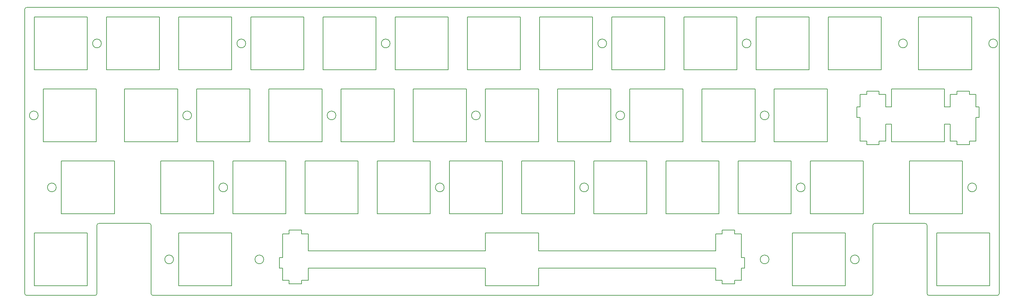
<source format=gbr>
%TF.GenerationSoftware,KiCad,Pcbnew,8.0.8*%
%TF.CreationDate,2025-02-20T19:46:03+01:00*%
%TF.ProjectId,naevies plate,6e616576-6965-4732-9070-6c6174652e6b,rev?*%
%TF.SameCoordinates,Original*%
%TF.FileFunction,Profile,NP*%
%FSLAX46Y46*%
G04 Gerber Fmt 4.6, Leading zero omitted, Abs format (unit mm)*
G04 Created by KiCad (PCBNEW 8.0.8) date 2025-02-20 19:46:03*
%MOMM*%
%LPD*%
G01*
G04 APERTURE LIST*
%TA.AperFunction,Profile*%
%ADD10C,0.200000*%
%TD*%
G04 APERTURE END LIST*
D10*
X260206075Y-50882100D02*
X260206075Y-46181600D01*
X246205075Y-60180900D02*
X260206075Y-60180900D01*
X56712500Y-91281250D02*
G75*
G02*
X54412500Y-91281250I-1150000J0D01*
G01*
X54412500Y-91281250D02*
G75*
G02*
X56712500Y-91281250I1150000J0D01*
G01*
X243537075Y-41130900D02*
X229538075Y-41130900D01*
X33987275Y-27131600D02*
X33987275Y-41130900D01*
X181625075Y-79231100D02*
X167625075Y-79231100D01*
X237106075Y-50882100D02*
X237106075Y-53681000D01*
X264968075Y-65231700D02*
X264968075Y-79231100D01*
X25756250Y-72231250D02*
G75*
G02*
X23456250Y-72231250I-1150000J0D01*
G01*
X23456250Y-72231250D02*
G75*
G02*
X25756250Y-72231250I1150000J0D01*
G01*
X50300000Y-81756250D02*
G75*
G02*
X50800050Y-82256250I0J-500050D01*
G01*
X199825925Y-88980530D02*
X153049925Y-88980530D01*
X250387500Y-34131250D02*
G75*
G02*
X248087500Y-34131250I-1150000J0D01*
G01*
X248087500Y-34131250D02*
G75*
G02*
X250387500Y-34131250I1150000J0D01*
G01*
X219725075Y-65231700D02*
X219725075Y-79231100D01*
X229250075Y-60180900D02*
X215250075Y-60180900D01*
X258113075Y-98281060D02*
X258113075Y-84281600D01*
X171012500Y-34131250D02*
G75*
G02*
X168712500Y-34131250I-1150000J0D01*
G01*
X168712500Y-34131250D02*
G75*
G02*
X171012500Y-34131250I1150000J0D01*
G01*
X43800275Y-60180900D02*
X43800275Y-46181600D01*
X85525925Y-84511570D02*
X85525925Y-90781640D01*
X181625075Y-65231700D02*
X181625075Y-79231100D01*
X241300000Y-100306250D02*
G75*
G02*
X240800000Y-100806200I-500000J50D01*
G01*
X33987275Y-98281060D02*
X19987725Y-98281060D01*
X241300000Y-82256250D02*
G75*
G02*
X241800000Y-81756300I500000J-50D01*
G01*
X72087075Y-84281600D02*
X72087075Y-98281060D01*
X153050075Y-46181600D02*
X153050075Y-60180900D01*
X207401125Y-93580400D02*
X207401125Y-90781640D01*
X87249925Y-97732500D02*
X90549925Y-97732500D01*
X17462500Y-100306250D02*
X17462500Y-25106250D01*
X90549925Y-97732500D02*
X90549925Y-96810600D01*
X266756075Y-59950900D02*
X268480075Y-59950900D01*
X200675075Y-65231700D02*
X200675075Y-79231100D01*
X210200075Y-46181600D02*
X210200075Y-60180900D01*
X87249925Y-96810600D02*
X87249925Y-97732500D01*
X19987725Y-41130900D02*
X19987725Y-27131600D01*
X220013075Y-84281600D02*
X234012075Y-84281600D01*
X110187075Y-27131600D02*
X110187075Y-41130900D01*
X237687500Y-91281250D02*
G75*
G02*
X235387500Y-91281250I-1150000J0D01*
G01*
X235387500Y-91281250D02*
G75*
G02*
X237687500Y-91281250I1150000J0D01*
G01*
X239655075Y-46731300D02*
X239655075Y-47652000D01*
X41130975Y-79231100D02*
X27130105Y-79231100D01*
X158100075Y-60180900D02*
X158100075Y-46181600D01*
X186387075Y-41130900D02*
X172388075Y-41130900D01*
X191150075Y-46181600D02*
X191150075Y-60180900D01*
X204850225Y-83530410D02*
X201549925Y-83530410D01*
X207401125Y-90781640D02*
X206575625Y-90781640D01*
X229538075Y-27131600D02*
X243537075Y-27131600D01*
X50300000Y-81756250D02*
X37012500Y-81756250D01*
X241300000Y-82256250D02*
X241300000Y-100306250D01*
X263455075Y-47652000D02*
X261730075Y-47652000D01*
X234012075Y-98281060D02*
X220013075Y-98281060D01*
X242956075Y-46731300D02*
X239655075Y-46731300D01*
X57799575Y-46181600D02*
X57799575Y-60180900D01*
X200675075Y-79231100D02*
X186675075Y-79231100D01*
X239655075Y-60932000D02*
X242956075Y-60932000D01*
X62850275Y-46181600D02*
X76849575Y-46181600D01*
X105424575Y-65231700D02*
X105424575Y-79231100D01*
X139050075Y-46181600D02*
X153050075Y-46181600D01*
X201549925Y-83530410D02*
X201549925Y-84511570D01*
X242956075Y-59950900D02*
X244681075Y-59950900D01*
X53325275Y-79231100D02*
X53325275Y-65231700D01*
X153049925Y-84281440D02*
X139049925Y-84281440D01*
X148575075Y-79231100D02*
X148575075Y-65231700D01*
X206575625Y-96810600D02*
X206575625Y-93580400D01*
X167625075Y-65231700D02*
X181625075Y-65231700D01*
X17962500Y-100806250D02*
G75*
G02*
X17462450Y-100306250I0J500050D01*
G01*
X266756075Y-46731300D02*
X263455075Y-46731300D01*
X61475000Y-53181250D02*
G75*
G02*
X59175000Y-53181250I-1150000J0D01*
G01*
X59175000Y-53181250D02*
G75*
G02*
X61475000Y-53181250I1150000J0D01*
G01*
X91425275Y-79231100D02*
X91425275Y-65231700D01*
X172100075Y-46181600D02*
X172100075Y-60180900D01*
X67324575Y-65231700D02*
X67324575Y-79231100D01*
X224775075Y-79231100D02*
X224775075Y-65231700D01*
X274637500Y-100306250D02*
G75*
G02*
X274137500Y-100806200I-500000J50D01*
G01*
X261730075Y-50882100D02*
X260206075Y-50882100D01*
X81900275Y-46181600D02*
X95899575Y-46181600D01*
X237930075Y-53681000D02*
X237930075Y-59950900D01*
X139050075Y-60180900D02*
X139050075Y-46181600D01*
X261730075Y-47652000D02*
X261730075Y-50882100D01*
X209112500Y-34131250D02*
G75*
G02*
X206812500Y-34131250I-1150000J0D01*
G01*
X206812500Y-34131250D02*
G75*
G02*
X209112500Y-34131250I1150000J0D01*
G01*
X167337075Y-41130900D02*
X153338075Y-41130900D01*
X172388075Y-41130900D02*
X172388075Y-27131600D01*
X246205075Y-46181600D02*
X246205075Y-50882100D01*
X205437075Y-27131600D02*
X205437075Y-41130900D01*
X274137500Y-24606250D02*
G75*
G02*
X274637550Y-25106250I0J-500050D01*
G01*
X39037775Y-27131600D02*
X53037075Y-27131600D01*
X186675075Y-65231700D02*
X200675075Y-65231700D01*
X85525925Y-90781640D02*
X84699925Y-90781640D01*
X148287075Y-27131600D02*
X148287075Y-41130900D01*
X91137075Y-27131600D02*
X91137075Y-41130900D01*
X84699925Y-93580400D02*
X85525925Y-93580400D01*
X53325275Y-65231700D02*
X67324575Y-65231700D01*
X105424575Y-79231100D02*
X91425275Y-79231100D01*
X100950275Y-60180900D02*
X100950275Y-46181600D01*
X220013075Y-98281060D02*
X220013075Y-84281600D01*
X219725075Y-79231100D02*
X205725075Y-79231100D01*
X206575625Y-84511570D02*
X204850225Y-84511570D01*
X96187775Y-27131600D02*
X110187075Y-27131600D01*
X37662500Y-34131250D02*
G75*
G02*
X35362500Y-34131250I-1150000J0D01*
G01*
X35362500Y-34131250D02*
G75*
G02*
X37662500Y-34131250I1150000J0D01*
G01*
X204850225Y-96810600D02*
X206575625Y-96810600D01*
X36368475Y-60180900D02*
X22368985Y-60180900D01*
X196200075Y-60180900D02*
X196200075Y-46181600D01*
X213875000Y-53181250D02*
G75*
G02*
X211575000Y-53181250I-1150000J0D01*
G01*
X211575000Y-53181250D02*
G75*
G02*
X213875000Y-53181250I1150000J0D01*
G01*
X134000075Y-60180900D02*
X120000075Y-60180900D01*
X128150000Y-72231250D02*
G75*
G02*
X125850000Y-72231250I-1150000J0D01*
G01*
X125850000Y-72231250D02*
G75*
G02*
X128150000Y-72231250I1150000J0D01*
G01*
X255087500Y-81756250D02*
G75*
G02*
X255587550Y-82256250I0J-500050D01*
G01*
X224487075Y-27131600D02*
X224487075Y-41130900D01*
X129237075Y-27131600D02*
X129237075Y-41130900D01*
X153338075Y-27131600D02*
X167337075Y-27131600D01*
X166250000Y-72231250D02*
G75*
G02*
X163950000Y-72231250I-1150000J0D01*
G01*
X163950000Y-72231250D02*
G75*
G02*
X166250000Y-72231250I1150000J0D01*
G01*
X269305075Y-53681000D02*
X269305075Y-50882100D01*
X269305075Y-50882100D02*
X268480075Y-50882100D01*
X196200075Y-46181600D02*
X210200075Y-46181600D01*
X134000075Y-46181600D02*
X134000075Y-60180900D01*
X115236375Y-27131600D02*
X129237075Y-27131600D01*
X267350075Y-27131600D02*
X267350075Y-41130900D01*
X206575625Y-90781640D02*
X206575625Y-84511570D01*
X80525000Y-91281250D02*
G75*
G02*
X78225000Y-91281250I-1150000J0D01*
G01*
X78225000Y-91281250D02*
G75*
G02*
X80525000Y-91281250I1150000J0D01*
G01*
X58087775Y-98281060D02*
X58087775Y-84281600D01*
X253350075Y-41130900D02*
X253350075Y-27131600D01*
X244681075Y-59950900D02*
X244681075Y-55481900D01*
X240800000Y-100806250D02*
X51300000Y-100806250D01*
X274137500Y-100806250D02*
X256087500Y-100806250D01*
X51300000Y-100806250D02*
G75*
G02*
X50799950Y-100306250I0J500050D01*
G01*
X205725075Y-79231100D02*
X205725075Y-65231700D01*
X255087500Y-81756250D02*
X241800000Y-81756250D01*
X76849575Y-46181600D02*
X76849575Y-60180900D01*
X120000075Y-46181600D02*
X134000075Y-46181600D01*
X36012500Y-100806250D02*
X17962500Y-100806250D01*
X215250075Y-46181600D02*
X229250075Y-46181600D01*
X223400000Y-72231250D02*
G75*
G02*
X221100000Y-72231250I-1150000J0D01*
G01*
X221100000Y-72231250D02*
G75*
G02*
X223400000Y-72231250I1150000J0D01*
G01*
X33987275Y-84281600D02*
X33987275Y-98281060D01*
X229538075Y-41130900D02*
X229538075Y-27131600D01*
X167337075Y-27131600D02*
X167337075Y-41130900D01*
X139049925Y-93580400D02*
X139049925Y-98280900D01*
X50800000Y-100306250D02*
X50800000Y-82256250D01*
X148575075Y-65231700D02*
X162575075Y-65231700D01*
X77137775Y-41130900D02*
X77137775Y-27131600D01*
X92275925Y-88980530D02*
X92275925Y-84511570D01*
X244681075Y-50882100D02*
X244681075Y-47652000D01*
X90549925Y-96810600D02*
X92275925Y-96810600D01*
X239655075Y-47652000D02*
X237930075Y-47652000D01*
X263455075Y-46731300D02*
X263455075Y-47652000D01*
X96187775Y-41130900D02*
X96187775Y-27131600D01*
X72087075Y-98281060D02*
X58087775Y-98281060D01*
X162575075Y-79231100D02*
X148575075Y-79231100D01*
X186387075Y-27131600D02*
X186387075Y-41130900D01*
X250969075Y-65231700D02*
X264968075Y-65231700D01*
X92275925Y-93580400D02*
X139049925Y-93580400D01*
X124475075Y-79231100D02*
X110475275Y-79231100D01*
X92275925Y-96810600D02*
X92275925Y-93580400D01*
X19987725Y-98281060D02*
X19987725Y-84281600D01*
X272112075Y-98281060D02*
X258113075Y-98281060D01*
X224487075Y-41130900D02*
X210488075Y-41130900D01*
X258113075Y-84281600D02*
X272112075Y-84281600D01*
X253350075Y-27131600D02*
X267350075Y-27131600D01*
X58087775Y-84281600D02*
X72087075Y-84281600D01*
X71000000Y-72231250D02*
G75*
G02*
X68700000Y-72231250I-1150000J0D01*
G01*
X68700000Y-72231250D02*
G75*
G02*
X71000000Y-72231250I1150000J0D01*
G01*
X177150075Y-60180900D02*
X177150075Y-46181600D01*
X199825925Y-84511570D02*
X199825925Y-88980530D01*
X110475275Y-79231100D02*
X110475275Y-65231700D01*
X162575075Y-65231700D02*
X162575075Y-79231100D01*
X167625075Y-79231100D02*
X167625075Y-65231700D01*
X250969075Y-79231100D02*
X250969075Y-65231700D01*
X129237075Y-41130900D02*
X115236375Y-41130900D01*
X153049925Y-88980530D02*
X153049925Y-84281440D01*
X53037075Y-27131600D02*
X53037075Y-41130900D01*
X43800275Y-46181600D02*
X57799575Y-46181600D01*
X206575625Y-93580400D02*
X207401125Y-93580400D01*
X27130105Y-79231100D02*
X27130105Y-65231700D01*
X92275925Y-84511570D02*
X90549925Y-84511570D01*
X255587500Y-100306250D02*
X255587500Y-82256250D01*
X75762500Y-34131250D02*
G75*
G02*
X73462500Y-34131250I-1150000J0D01*
G01*
X73462500Y-34131250D02*
G75*
G02*
X75762500Y-34131250I1150000J0D01*
G01*
X260206075Y-60180900D02*
X260206075Y-55481900D01*
X242956075Y-60932000D02*
X242956075Y-59950900D01*
X72087075Y-27131600D02*
X72087075Y-41130900D01*
X224775075Y-65231700D02*
X238775075Y-65231700D01*
X205437075Y-41130900D02*
X191438075Y-41130900D01*
X263455075Y-59950900D02*
X263455075Y-60932000D01*
X201549925Y-97732500D02*
X204850225Y-97732500D01*
X238775075Y-65231700D02*
X238775075Y-79231100D01*
X158100075Y-46181600D02*
X172100075Y-46181600D01*
X99575000Y-53181250D02*
G75*
G02*
X97275000Y-53181250I-1150000J0D01*
G01*
X97275000Y-53181250D02*
G75*
G02*
X99575000Y-53181250I1150000J0D01*
G01*
X256087500Y-100806250D02*
G75*
G02*
X255587450Y-100306250I0J500050D01*
G01*
X36512500Y-82256250D02*
X36512500Y-100306250D01*
X139049925Y-88980530D02*
X92275925Y-88980530D01*
X153050075Y-60180900D02*
X139050075Y-60180900D01*
X268643750Y-72231250D02*
G75*
G02*
X266343750Y-72231250I-1150000J0D01*
G01*
X266343750Y-72231250D02*
G75*
G02*
X268643750Y-72231250I1150000J0D01*
G01*
X72375275Y-65231700D02*
X86374575Y-65231700D01*
X274200000Y-34131250D02*
G75*
G02*
X271900000Y-34131250I-1150000J0D01*
G01*
X271900000Y-34131250D02*
G75*
G02*
X274200000Y-34131250I1150000J0D01*
G01*
X172388075Y-27131600D02*
X186387075Y-27131600D01*
X58087775Y-27131600D02*
X72087075Y-27131600D01*
X17962500Y-24606250D02*
X274137500Y-24606250D01*
X272112075Y-84281600D02*
X272112075Y-98281060D01*
X268480075Y-50882100D02*
X268480075Y-47652000D01*
X244681075Y-55481900D02*
X246205075Y-55481900D01*
X237930075Y-59950900D02*
X239655075Y-59950900D01*
X177150075Y-46181600D02*
X191150075Y-46181600D01*
X129525075Y-65231700D02*
X143525075Y-65231700D01*
X72087075Y-41130900D02*
X58087775Y-41130900D01*
X113862500Y-34131250D02*
G75*
G02*
X111562500Y-34131250I-1150000J0D01*
G01*
X111562500Y-34131250D02*
G75*
G02*
X113862500Y-34131250I1150000J0D01*
G01*
X91425275Y-65231700D02*
X105424575Y-65231700D01*
X238775075Y-79231100D02*
X224775075Y-79231100D01*
X261730075Y-55481900D02*
X261730075Y-59950900D01*
X260206075Y-46181600D02*
X246205075Y-46181600D01*
X237930075Y-50882100D02*
X237106075Y-50882100D01*
X268480075Y-53681000D02*
X269305075Y-53681000D01*
X234012075Y-84281600D02*
X234012075Y-98281060D01*
X22368985Y-60180900D02*
X22368985Y-46181600D01*
X86374575Y-79231100D02*
X72375275Y-79231100D01*
X266756075Y-47652000D02*
X266756075Y-46731300D01*
X237106075Y-53681000D02*
X237930075Y-53681000D01*
X153049925Y-93580400D02*
X199825925Y-93580400D01*
X139049925Y-84281440D02*
X139049925Y-88980530D01*
X201549925Y-84511570D02*
X199825925Y-84511570D01*
X90549925Y-84511570D02*
X90549925Y-83530410D01*
X191150075Y-60180900D02*
X177150075Y-60180900D01*
X260206075Y-55481900D02*
X261730075Y-55481900D01*
X134286075Y-41130900D02*
X134286075Y-27131600D01*
X213875000Y-91281250D02*
G75*
G02*
X211575000Y-91281250I-1150000J0D01*
G01*
X211575000Y-91281250D02*
G75*
G02*
X213875000Y-91281250I1150000J0D01*
G01*
X84699925Y-90781640D02*
X84699925Y-93580400D01*
X95899575Y-46181600D02*
X95899575Y-60180900D01*
X95899575Y-60180900D02*
X81900275Y-60180900D01*
X175775000Y-53181250D02*
G75*
G02*
X173475000Y-53181250I-1150000J0D01*
G01*
X173475000Y-53181250D02*
G75*
G02*
X175775000Y-53181250I1150000J0D01*
G01*
X201549925Y-96810600D02*
X201549925Y-97732500D01*
X244681075Y-47652000D02*
X242956075Y-47652000D01*
X239655075Y-59950900D02*
X239655075Y-60932000D01*
X264968075Y-79231100D02*
X250969075Y-79231100D01*
X17462500Y-25106250D02*
G75*
G02*
X17962500Y-24606250I500000J0D01*
G01*
X139049925Y-98280900D02*
X153049925Y-98280900D01*
X246205075Y-55481900D02*
X246205075Y-60180900D01*
X199825925Y-96810600D02*
X201549925Y-96810600D01*
X91137075Y-41130900D02*
X77137775Y-41130900D01*
X143525075Y-79231100D02*
X129525075Y-79231100D01*
X137675000Y-53181250D02*
G75*
G02*
X135375000Y-53181250I-1150000J0D01*
G01*
X135375000Y-53181250D02*
G75*
G02*
X137675000Y-53181250I1150000J0D01*
G01*
X210200075Y-60180900D02*
X196200075Y-60180900D01*
X204850225Y-84511570D02*
X204850225Y-83530410D01*
X20993750Y-53181250D02*
G75*
G02*
X18693750Y-53181250I-1150000J0D01*
G01*
X18693750Y-53181250D02*
G75*
G02*
X20993750Y-53181250I1150000J0D01*
G01*
X39037775Y-41130900D02*
X39037775Y-27131600D01*
X81900275Y-60180900D02*
X81900275Y-46181600D01*
X120000075Y-60180900D02*
X120000075Y-46181600D01*
X114949575Y-60180900D02*
X100950275Y-60180900D01*
X263455075Y-60932000D02*
X266756075Y-60932000D01*
X153338075Y-41130900D02*
X153338075Y-27131600D01*
X153049925Y-98280900D02*
X153049925Y-93580400D01*
X85525925Y-96810600D02*
X87249925Y-96810600D01*
X87249925Y-83530410D02*
X87249925Y-84511570D01*
X268480075Y-47652000D02*
X266756075Y-47652000D01*
X124475075Y-65231700D02*
X124475075Y-79231100D01*
X58087775Y-41130900D02*
X58087775Y-27131600D01*
X33987275Y-41130900D02*
X19987725Y-41130900D01*
X86374575Y-65231700D02*
X86374575Y-79231100D01*
X210488075Y-27131600D02*
X224487075Y-27131600D01*
X267350075Y-41130900D02*
X253350075Y-41130900D01*
X186675075Y-79231100D02*
X186675075Y-65231700D01*
X19987725Y-27131600D02*
X33987275Y-27131600D01*
X19987725Y-84281600D02*
X33987275Y-84281600D01*
X261730075Y-59950900D02*
X263455075Y-59950900D01*
X191438075Y-27131600D02*
X205437075Y-27131600D01*
X191438075Y-41130900D02*
X191438075Y-27131600D01*
X87249925Y-84511570D02*
X85525925Y-84511570D01*
X57799575Y-60180900D02*
X43800275Y-60180900D01*
X27130105Y-65231700D02*
X41130975Y-65231700D01*
X242956075Y-47652000D02*
X242956075Y-46731300D01*
X172100075Y-60180900D02*
X158100075Y-60180900D01*
X210488075Y-41130900D02*
X210488075Y-27131600D01*
X129525075Y-79231100D02*
X129525075Y-65231700D01*
X134286075Y-27131600D02*
X148287075Y-27131600D01*
X237930075Y-47652000D02*
X237930075Y-50882100D01*
X215250075Y-60180900D02*
X215250075Y-46181600D01*
X110187075Y-41130900D02*
X96187775Y-41130900D01*
X77137775Y-27131600D02*
X91137075Y-27131600D01*
X90549925Y-83530410D02*
X87249925Y-83530410D01*
X268480075Y-59950900D02*
X268480075Y-53681000D01*
X76849575Y-60180900D02*
X62850275Y-60180900D01*
X199825925Y-93580400D02*
X199825925Y-96810600D01*
X53037075Y-41130900D02*
X39037775Y-41130900D01*
X266756075Y-60932000D02*
X266756075Y-59950900D01*
X36512500Y-82256250D02*
G75*
G02*
X37012500Y-81756300I500000J-50D01*
G01*
X67324575Y-79231100D02*
X53325275Y-79231100D01*
X274637500Y-25106250D02*
X274637500Y-100306250D01*
X243537075Y-27131600D02*
X243537075Y-41130900D01*
X36368475Y-46181600D02*
X36368475Y-60180900D01*
X62850275Y-60180900D02*
X62850275Y-46181600D01*
X148287075Y-41130900D02*
X134286075Y-41130900D01*
X85525925Y-93580400D02*
X85525925Y-96810600D01*
X115236375Y-41130900D02*
X115236375Y-27131600D01*
X110475275Y-65231700D02*
X124475075Y-65231700D01*
X229250075Y-46181600D02*
X229250075Y-60180900D01*
X100950275Y-46181600D02*
X114949575Y-46181600D01*
X204850225Y-97732500D02*
X204850225Y-96810600D01*
X41130975Y-65231700D02*
X41130975Y-79231100D01*
X22368985Y-46181600D02*
X36368475Y-46181600D01*
X246205075Y-50882100D02*
X244681075Y-50882100D01*
X36512500Y-100306250D02*
G75*
G02*
X36012500Y-100806200I-500000J50D01*
G01*
X72375275Y-79231100D02*
X72375275Y-65231700D01*
X143525075Y-65231700D02*
X143525075Y-79231100D01*
X114949575Y-46181600D02*
X114949575Y-60180900D01*
X205725075Y-65231700D02*
X219725075Y-65231700D01*
M02*

</source>
